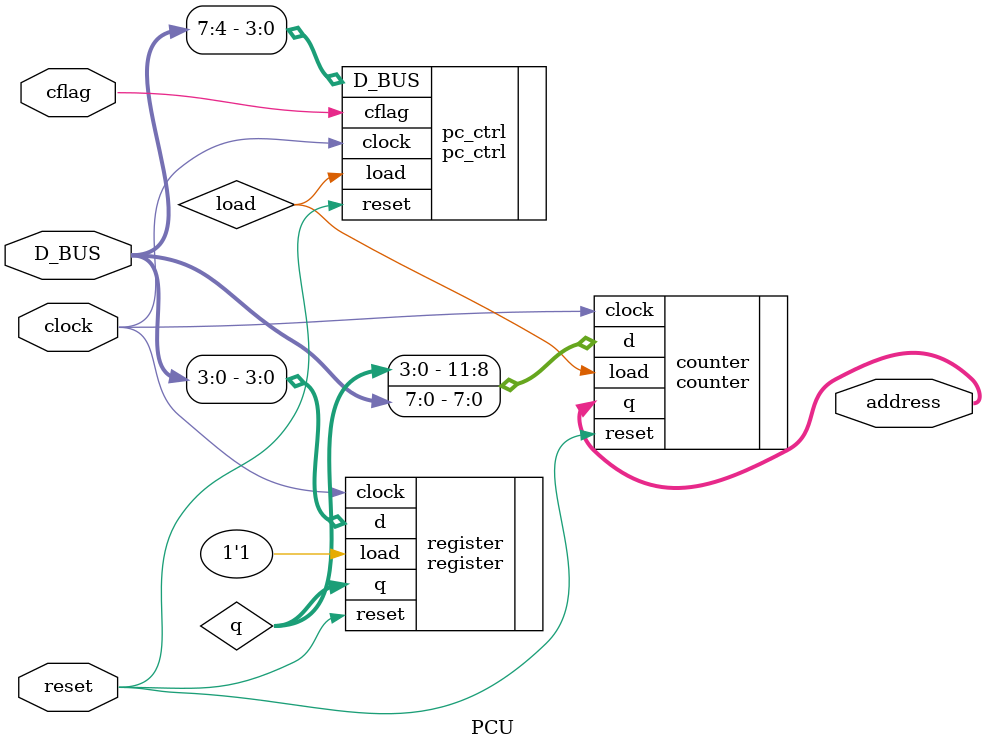
<source format=v>
module PCU(
	input  reset,
	input  clock,
	input  [7:0] D_BUS,
	input  cflag,
	output [11:0] address
);

	wire [3:0] q;
	wire load;

	register register(
		.reset(reset),
		.clock(clock),
		.load(1'b1),
		.d(D_BUS[3:0]),
		.q(q)
	);

	pc_ctrl pc_ctrl(
		.clock(clock),
		.reset(reset),
		.D_BUS(D_BUS[7:4]),
		.cflag(cflag),
		.load(load)
	);

	counter counter(
		.reset(reset),
		.clock(clock),
		.load(load),
		.d({q, D_BUS[7:0]}),
		.q(address)
	);

endmodule
</source>
